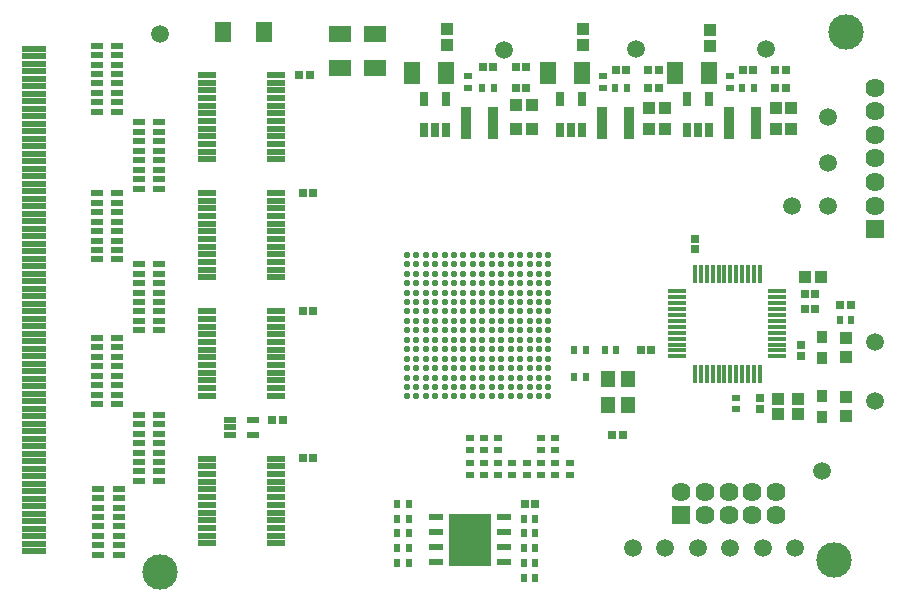
<source format=gts>
G04*
G04 #@! TF.GenerationSoftware,Altium Limited,Altium Designer,24.4.1 (13)*
G04*
G04 Layer_Color=8388736*
%FSLAX44Y44*%
%MOMM*%
G71*
G04*
G04 #@! TF.SameCoordinates,84C276BA-1ECB-4C60-8319-21ABD3FB6CDE*
G04*
G04*
G04 #@! TF.FilePolarity,Negative*
G04*
G01*
G75*
%ADD39R,0.6200X0.7200*%
%ADD40R,0.7200X0.7600*%
%ADD41R,1.0200X1.1200*%
%ADD42R,1.5950X0.5700*%
%ADD43R,0.4200X1.5950*%
%ADD44R,1.5950X0.4200*%
%ADD45R,0.7200X0.6200*%
%ADD46C,0.5400*%
%ADD47C,1.5200*%
%ADD48R,0.7200X1.2700*%
%ADD49R,0.9200X2.8200*%
%ADD50R,1.1700X0.5700*%
%ADD51R,3.5700X4.4700*%
%ADD52R,1.3700X1.7700*%
%ADD53R,1.1200X0.5200*%
%ADD54R,1.0200X0.5700*%
%ADD55R,1.1200X1.0200*%
%ADD56R,1.9200X1.4200*%
%ADD57R,1.4200X1.9200*%
%ADD58R,0.9200X1.0200*%
%ADD59C,3.0000*%
%ADD60R,0.7600X0.7200*%
%ADD61R,1.0700X1.0200*%
%ADD62R,2.1200X0.5000*%
%ADD63R,1.2200X1.4200*%
%ADD64C,1.6200*%
%ADD65R,1.6200X1.6200*%
D39*
X520000Y272500D02*
D03*
X530000D02*
D03*
X520000Y297500D02*
D03*
X530000D02*
D03*
X637500Y272500D02*
D03*
X627500D02*
D03*
X637500Y247500D02*
D03*
X627500D02*
D03*
X670000Y405000D02*
D03*
X680000D02*
D03*
X670000Y428000D02*
D03*
X680000D02*
D03*
X706000D02*
D03*
X696000D02*
D03*
X637500Y285000D02*
D03*
X627500D02*
D03*
X530000Y247500D02*
D03*
X520000D02*
D03*
X627500Y235000D02*
D03*
X637500D02*
D03*
X530000Y260000D02*
D03*
X520000D02*
D03*
X895000Y453000D02*
D03*
X905000D02*
D03*
X627500Y260000D02*
D03*
X637500D02*
D03*
X530000Y285000D02*
D03*
X520000D02*
D03*
X812500Y650000D02*
D03*
X822500D02*
D03*
X705000D02*
D03*
X715000D02*
D03*
X592500D02*
D03*
X602500D02*
D03*
D40*
X702600Y356000D02*
D03*
X711400D02*
D03*
X637500Y297500D02*
D03*
X628700D02*
D03*
X593100Y667500D02*
D03*
X601900D02*
D03*
X414600Y369000D02*
D03*
X423400D02*
D03*
X620600Y650000D02*
D03*
X629400D02*
D03*
Y667500D02*
D03*
X620600D02*
D03*
X874400Y462500D02*
D03*
X865600D02*
D03*
X904400Y466000D02*
D03*
X895600D02*
D03*
X449400Y461000D02*
D03*
X440600D02*
D03*
X449400Y336000D02*
D03*
X440600D02*
D03*
X714400Y665000D02*
D03*
X705600D02*
D03*
X741900D02*
D03*
X733100D02*
D03*
X741900Y650000D02*
D03*
X733100D02*
D03*
X865600Y475000D02*
D03*
X874400D02*
D03*
X840600Y665000D02*
D03*
X849400D02*
D03*
X840600Y650000D02*
D03*
X849400D02*
D03*
X821900Y665000D02*
D03*
X813100D02*
D03*
X735400Y428000D02*
D03*
X726600D02*
D03*
X440600Y561000D02*
D03*
X449400D02*
D03*
X437600Y661000D02*
D03*
X446400D02*
D03*
D41*
X879250Y490000D02*
D03*
X865750D02*
D03*
X854250Y615000D02*
D03*
X840750D02*
D03*
X634250Y635000D02*
D03*
X620750D02*
D03*
X854250Y632500D02*
D03*
X840750D02*
D03*
X733250Y615000D02*
D03*
X746750D02*
D03*
X733250Y632500D02*
D03*
X746750D02*
D03*
X634250Y615000D02*
D03*
X620750D02*
D03*
D42*
X359120Y460750D02*
D03*
Y454250D02*
D03*
Y447750D02*
D03*
Y441250D02*
D03*
Y434750D02*
D03*
Y428250D02*
D03*
Y421750D02*
D03*
Y415250D02*
D03*
Y408750D02*
D03*
Y402250D02*
D03*
Y395750D02*
D03*
Y389250D02*
D03*
X417880D02*
D03*
Y395750D02*
D03*
Y402250D02*
D03*
Y408750D02*
D03*
Y415250D02*
D03*
Y421750D02*
D03*
Y428250D02*
D03*
Y434750D02*
D03*
Y441250D02*
D03*
Y447750D02*
D03*
Y454250D02*
D03*
Y460750D02*
D03*
X359120Y335750D02*
D03*
Y329250D02*
D03*
Y322750D02*
D03*
Y316250D02*
D03*
Y309750D02*
D03*
Y303250D02*
D03*
Y296750D02*
D03*
Y290250D02*
D03*
Y283750D02*
D03*
Y277250D02*
D03*
Y270750D02*
D03*
Y264250D02*
D03*
X417880D02*
D03*
Y270750D02*
D03*
Y277250D02*
D03*
Y283750D02*
D03*
Y290250D02*
D03*
Y296750D02*
D03*
Y303250D02*
D03*
Y309750D02*
D03*
Y316250D02*
D03*
Y322750D02*
D03*
Y329250D02*
D03*
Y335750D02*
D03*
X359120Y660750D02*
D03*
Y654250D02*
D03*
Y647750D02*
D03*
Y641250D02*
D03*
Y634750D02*
D03*
Y628250D02*
D03*
Y621750D02*
D03*
Y615250D02*
D03*
Y608750D02*
D03*
Y602250D02*
D03*
Y595750D02*
D03*
Y589250D02*
D03*
X417880D02*
D03*
Y595750D02*
D03*
Y602250D02*
D03*
Y608750D02*
D03*
Y615250D02*
D03*
Y621750D02*
D03*
Y628250D02*
D03*
Y634750D02*
D03*
Y641250D02*
D03*
Y647750D02*
D03*
Y654250D02*
D03*
Y660750D02*
D03*
X359120Y560750D02*
D03*
Y554250D02*
D03*
Y547750D02*
D03*
Y541250D02*
D03*
Y534750D02*
D03*
Y528250D02*
D03*
Y521750D02*
D03*
Y515250D02*
D03*
Y508750D02*
D03*
Y502250D02*
D03*
Y495750D02*
D03*
Y489250D02*
D03*
X417880D02*
D03*
Y495750D02*
D03*
Y502250D02*
D03*
Y508750D02*
D03*
Y515250D02*
D03*
Y521750D02*
D03*
Y528250D02*
D03*
Y534750D02*
D03*
Y541250D02*
D03*
Y547750D02*
D03*
Y554250D02*
D03*
Y560750D02*
D03*
D43*
X827500Y407620D02*
D03*
X822500D02*
D03*
X817500D02*
D03*
X812500D02*
D03*
X807500D02*
D03*
X802500D02*
D03*
X797500D02*
D03*
X792500D02*
D03*
X787500D02*
D03*
X782500D02*
D03*
X777500D02*
D03*
X772500D02*
D03*
Y492380D02*
D03*
X777500D02*
D03*
X782500D02*
D03*
X787500D02*
D03*
X792500D02*
D03*
X797500D02*
D03*
X802500D02*
D03*
X807500D02*
D03*
X812500D02*
D03*
X817500D02*
D03*
X822500D02*
D03*
X827500D02*
D03*
D44*
X757620Y422500D02*
D03*
Y427500D02*
D03*
Y432500D02*
D03*
Y437500D02*
D03*
Y442500D02*
D03*
Y447500D02*
D03*
Y452500D02*
D03*
Y457500D02*
D03*
Y462500D02*
D03*
Y467500D02*
D03*
Y472500D02*
D03*
Y477500D02*
D03*
X842380D02*
D03*
Y472500D02*
D03*
Y467500D02*
D03*
Y462500D02*
D03*
Y457500D02*
D03*
Y452500D02*
D03*
Y447500D02*
D03*
Y442500D02*
D03*
Y437500D02*
D03*
Y432500D02*
D03*
Y427500D02*
D03*
Y422500D02*
D03*
D45*
X807500Y387500D02*
D03*
Y377500D02*
D03*
X695000Y660000D02*
D03*
Y650000D02*
D03*
X802500Y660000D02*
D03*
Y650000D02*
D03*
X642000Y332000D02*
D03*
Y322000D02*
D03*
X618000D02*
D03*
Y332000D02*
D03*
X630000Y322000D02*
D03*
Y332000D02*
D03*
X606000D02*
D03*
Y322000D02*
D03*
X594000Y332000D02*
D03*
Y322000D02*
D03*
X582000Y332000D02*
D03*
Y322000D02*
D03*
X594000Y343000D02*
D03*
Y353000D02*
D03*
X582000D02*
D03*
Y343000D02*
D03*
X606000Y353000D02*
D03*
Y343000D02*
D03*
X642000Y353000D02*
D03*
Y343000D02*
D03*
X654000Y353000D02*
D03*
Y343000D02*
D03*
Y332000D02*
D03*
Y322000D02*
D03*
X667000D02*
D03*
Y332000D02*
D03*
X580000Y650000D02*
D03*
Y660000D02*
D03*
D46*
X592500Y508500D02*
D03*
X600500D02*
D03*
X608500D02*
D03*
X616500D02*
D03*
X624500D02*
D03*
X632500D02*
D03*
X640500D02*
D03*
X592500Y500500D02*
D03*
X600500D02*
D03*
X608500D02*
D03*
X616500D02*
D03*
X624500D02*
D03*
X592500Y492500D02*
D03*
X608500D02*
D03*
X624500D02*
D03*
X592500Y484500D02*
D03*
X608500D02*
D03*
X584500Y476500D02*
D03*
X624500D02*
D03*
X528500Y508500D02*
D03*
X536500D02*
D03*
X544500D02*
D03*
X552500D02*
D03*
X560500D02*
D03*
X568500D02*
D03*
X576500D02*
D03*
X584500D02*
D03*
X648500D02*
D03*
X528500Y500500D02*
D03*
X536500D02*
D03*
X544500D02*
D03*
X552500D02*
D03*
X560500D02*
D03*
X568500D02*
D03*
X576500D02*
D03*
X584500D02*
D03*
X632500D02*
D03*
X640500D02*
D03*
X648500D02*
D03*
X528500Y492500D02*
D03*
X536500D02*
D03*
X544500D02*
D03*
X552500D02*
D03*
X560500D02*
D03*
X568500D02*
D03*
X576500D02*
D03*
X584500D02*
D03*
X600500D02*
D03*
X616500D02*
D03*
X632500D02*
D03*
X640500D02*
D03*
X648500D02*
D03*
X528500Y484500D02*
D03*
X536500D02*
D03*
X544500D02*
D03*
X552500D02*
D03*
X560500D02*
D03*
X568500D02*
D03*
X576500D02*
D03*
X584500D02*
D03*
X600500D02*
D03*
X616500D02*
D03*
X624500D02*
D03*
X632500D02*
D03*
X640500D02*
D03*
X648500D02*
D03*
X528500Y476500D02*
D03*
X536500D02*
D03*
X544500D02*
D03*
X552500D02*
D03*
X560500D02*
D03*
X568500D02*
D03*
X576500D02*
D03*
X592500D02*
D03*
X600500D02*
D03*
X608500D02*
D03*
X616500D02*
D03*
X632500D02*
D03*
X640500D02*
D03*
X648500D02*
D03*
X528500Y468500D02*
D03*
X536500D02*
D03*
X544500D02*
D03*
X552500D02*
D03*
X560500D02*
D03*
X568500D02*
D03*
X576500D02*
D03*
X584500D02*
D03*
X592500D02*
D03*
X600500D02*
D03*
X608500D02*
D03*
X616500D02*
D03*
X624500D02*
D03*
X632500D02*
D03*
X640500D02*
D03*
X648500D02*
D03*
X528500Y460500D02*
D03*
X536500D02*
D03*
X544500D02*
D03*
X552500D02*
D03*
X560500D02*
D03*
X568500D02*
D03*
X576500D02*
D03*
X584500D02*
D03*
X592500D02*
D03*
X600500D02*
D03*
X608500D02*
D03*
X616500D02*
D03*
X624500D02*
D03*
X632500D02*
D03*
X640500D02*
D03*
X648500D02*
D03*
X528500Y452500D02*
D03*
X536500D02*
D03*
X544500D02*
D03*
X552500D02*
D03*
X560500D02*
D03*
X568500D02*
D03*
X576500D02*
D03*
X584500D02*
D03*
X592500D02*
D03*
X600500D02*
D03*
X608500D02*
D03*
X616500D02*
D03*
X624500D02*
D03*
X632500D02*
D03*
X640500D02*
D03*
X648500D02*
D03*
X528500Y444500D02*
D03*
X536500D02*
D03*
X544500D02*
D03*
X552500D02*
D03*
X560500D02*
D03*
X568500D02*
D03*
X576500D02*
D03*
X584500D02*
D03*
X592500D02*
D03*
X600500D02*
D03*
X608500D02*
D03*
X616500D02*
D03*
X624500D02*
D03*
X632500D02*
D03*
X640500D02*
D03*
X648500D02*
D03*
X528500Y436500D02*
D03*
X536500D02*
D03*
X544500D02*
D03*
X552500D02*
D03*
X560500D02*
D03*
X568500D02*
D03*
X576500D02*
D03*
X584500D02*
D03*
X592500D02*
D03*
X600500D02*
D03*
X608500D02*
D03*
X616500D02*
D03*
X624500D02*
D03*
X632500D02*
D03*
X640500D02*
D03*
X648500D02*
D03*
X528500Y428500D02*
D03*
X536500D02*
D03*
X544500D02*
D03*
X552500D02*
D03*
X560500D02*
D03*
X568500D02*
D03*
X576500D02*
D03*
X584500D02*
D03*
X592500D02*
D03*
X600500D02*
D03*
X608500D02*
D03*
X616500D02*
D03*
X624500D02*
D03*
X632500D02*
D03*
X640500D02*
D03*
X648500D02*
D03*
X528500Y420500D02*
D03*
X536500D02*
D03*
X544500D02*
D03*
X552500D02*
D03*
X560500D02*
D03*
X568500D02*
D03*
X576500D02*
D03*
X584500D02*
D03*
X592500D02*
D03*
X600500D02*
D03*
X608500D02*
D03*
X616500D02*
D03*
X624500D02*
D03*
X632500D02*
D03*
X640500D02*
D03*
X648500D02*
D03*
X528500Y412500D02*
D03*
X536500D02*
D03*
X544500D02*
D03*
X552500D02*
D03*
X560500D02*
D03*
X568500D02*
D03*
X576500D02*
D03*
X584500D02*
D03*
X592500D02*
D03*
X600500D02*
D03*
X608500D02*
D03*
X616500D02*
D03*
X624500D02*
D03*
X632500D02*
D03*
X640500D02*
D03*
X648500D02*
D03*
X528500Y404500D02*
D03*
X536500D02*
D03*
X544500D02*
D03*
X552500D02*
D03*
X560500D02*
D03*
X568500D02*
D03*
X576500D02*
D03*
X584500D02*
D03*
X592500D02*
D03*
X600500D02*
D03*
X608500D02*
D03*
X616500D02*
D03*
X624500D02*
D03*
X632500D02*
D03*
X640500D02*
D03*
X648500D02*
D03*
X528500Y396500D02*
D03*
X536500D02*
D03*
X544500D02*
D03*
X552500D02*
D03*
X560500D02*
D03*
X568500D02*
D03*
X576500D02*
D03*
X584500D02*
D03*
X592500D02*
D03*
X600500D02*
D03*
X608500D02*
D03*
X616500D02*
D03*
X624500D02*
D03*
X632500D02*
D03*
X640500D02*
D03*
X648500D02*
D03*
X528500Y388500D02*
D03*
X536500D02*
D03*
X544500D02*
D03*
X552500D02*
D03*
X560500D02*
D03*
X568500D02*
D03*
X576500D02*
D03*
X584500D02*
D03*
X592500D02*
D03*
X600500D02*
D03*
X608500D02*
D03*
X616500D02*
D03*
X624500D02*
D03*
X632500D02*
D03*
X640500D02*
D03*
X648500D02*
D03*
D47*
X925000Y435000D02*
D03*
X832500Y682500D02*
D03*
X722500D02*
D03*
X611000Y682000D02*
D03*
X320000Y695000D02*
D03*
X925000Y385000D02*
D03*
X880000Y325000D02*
D03*
X720000Y260000D02*
D03*
X885000Y625000D02*
D03*
Y586000D02*
D03*
X855000Y550000D02*
D03*
X885000D02*
D03*
X857500Y260000D02*
D03*
X830000D02*
D03*
X802500D02*
D03*
X775000D02*
D03*
X747500D02*
D03*
D48*
X543000Y640500D02*
D03*
X562000D02*
D03*
Y614500D02*
D03*
X552500D02*
D03*
X543000D02*
D03*
X658000Y640500D02*
D03*
X677000D02*
D03*
Y614500D02*
D03*
X667500D02*
D03*
X658000D02*
D03*
X765500Y640500D02*
D03*
X784500D02*
D03*
Y614500D02*
D03*
X775000D02*
D03*
X765500D02*
D03*
D49*
X824000Y620000D02*
D03*
X801000D02*
D03*
X693500D02*
D03*
X716500D02*
D03*
X578500D02*
D03*
X601500D02*
D03*
D50*
X553500Y286050D02*
D03*
Y273350D02*
D03*
Y260650D02*
D03*
Y247950D02*
D03*
X610500D02*
D03*
Y260650D02*
D03*
Y273350D02*
D03*
Y286050D02*
D03*
D51*
X582000Y267000D02*
D03*
D52*
X372750Y697500D02*
D03*
X407250D02*
D03*
D53*
X378500Y369000D02*
D03*
Y362500D02*
D03*
Y356000D02*
D03*
X398500D02*
D03*
Y369000D02*
D03*
D54*
X284500Y254500D02*
D03*
Y262500D02*
D03*
Y278500D02*
D03*
Y270500D02*
D03*
Y294500D02*
D03*
Y310500D02*
D03*
Y302500D02*
D03*
Y286500D02*
D03*
X267500D02*
D03*
Y302500D02*
D03*
Y310500D02*
D03*
Y294500D02*
D03*
Y270500D02*
D03*
Y278500D02*
D03*
Y262500D02*
D03*
Y254500D02*
D03*
X318500Y317000D02*
D03*
Y325000D02*
D03*
Y341000D02*
D03*
Y333000D02*
D03*
Y357000D02*
D03*
Y373000D02*
D03*
Y365000D02*
D03*
Y349000D02*
D03*
X301500D02*
D03*
Y365000D02*
D03*
Y373000D02*
D03*
Y357000D02*
D03*
Y333000D02*
D03*
Y341000D02*
D03*
Y325000D02*
D03*
Y317000D02*
D03*
X283500Y382000D02*
D03*
Y390000D02*
D03*
Y406000D02*
D03*
Y398000D02*
D03*
Y422000D02*
D03*
Y438000D02*
D03*
Y430000D02*
D03*
Y414000D02*
D03*
X266500D02*
D03*
Y430000D02*
D03*
Y438000D02*
D03*
Y422000D02*
D03*
Y398000D02*
D03*
Y406000D02*
D03*
Y390000D02*
D03*
Y382000D02*
D03*
X318500Y444500D02*
D03*
Y452500D02*
D03*
Y468500D02*
D03*
Y460500D02*
D03*
Y484500D02*
D03*
Y500500D02*
D03*
Y492500D02*
D03*
Y476500D02*
D03*
X301500D02*
D03*
Y492500D02*
D03*
Y500500D02*
D03*
Y484500D02*
D03*
Y460500D02*
D03*
Y468500D02*
D03*
Y452500D02*
D03*
Y444500D02*
D03*
X283500Y504500D02*
D03*
Y512500D02*
D03*
Y528500D02*
D03*
Y520500D02*
D03*
Y544500D02*
D03*
Y560500D02*
D03*
Y552500D02*
D03*
Y536500D02*
D03*
X266500D02*
D03*
Y552500D02*
D03*
Y560500D02*
D03*
Y544500D02*
D03*
Y520500D02*
D03*
Y528500D02*
D03*
Y512500D02*
D03*
Y504500D02*
D03*
X318500Y564500D02*
D03*
Y572500D02*
D03*
Y588500D02*
D03*
Y580500D02*
D03*
Y604500D02*
D03*
Y620500D02*
D03*
Y612500D02*
D03*
Y596500D02*
D03*
X301500D02*
D03*
Y612500D02*
D03*
Y620500D02*
D03*
Y604500D02*
D03*
Y580500D02*
D03*
Y588500D02*
D03*
Y572500D02*
D03*
Y564500D02*
D03*
X283500Y629500D02*
D03*
Y637500D02*
D03*
Y653500D02*
D03*
Y645500D02*
D03*
Y669500D02*
D03*
Y685500D02*
D03*
Y677500D02*
D03*
Y661500D02*
D03*
X266500D02*
D03*
Y677500D02*
D03*
Y685500D02*
D03*
Y669500D02*
D03*
Y645500D02*
D03*
Y653500D02*
D03*
Y637500D02*
D03*
Y629500D02*
D03*
D55*
X677500Y699250D02*
D03*
Y685750D02*
D03*
X785000Y685000D02*
D03*
Y698500D02*
D03*
X842500Y373250D02*
D03*
Y386750D02*
D03*
X860000Y373250D02*
D03*
Y386750D02*
D03*
X562500Y685750D02*
D03*
Y699250D02*
D03*
D56*
X502000Y695500D02*
D03*
Y666500D02*
D03*
X472000Y695500D02*
D03*
Y666500D02*
D03*
D57*
X755500Y662500D02*
D03*
X784500D02*
D03*
X648000D02*
D03*
X677000D02*
D03*
X533000D02*
D03*
X562000D02*
D03*
D58*
X880000Y371500D02*
D03*
Y388500D02*
D03*
Y421500D02*
D03*
Y438500D02*
D03*
D59*
X320000Y240000D02*
D03*
X900000Y697500D02*
D03*
X890000Y250000D02*
D03*
D60*
X827500Y386900D02*
D03*
Y378100D02*
D03*
X772500Y513100D02*
D03*
Y521900D02*
D03*
X862500Y423100D02*
D03*
Y431900D02*
D03*
D61*
X900000Y372000D02*
D03*
Y388000D02*
D03*
Y422000D02*
D03*
Y438000D02*
D03*
D62*
X213000Y644625D02*
D03*
Y638275D02*
D03*
Y631925D02*
D03*
Y625575D02*
D03*
Y682725D02*
D03*
Y670025D02*
D03*
Y657325D02*
D03*
Y619225D02*
D03*
Y606525D02*
D03*
Y593825D02*
D03*
Y581125D02*
D03*
Y568425D02*
D03*
Y555725D02*
D03*
Y543025D02*
D03*
Y530325D02*
D03*
Y517625D02*
D03*
Y504925D02*
D03*
Y492225D02*
D03*
Y479525D02*
D03*
Y466825D02*
D03*
Y454125D02*
D03*
Y441425D02*
D03*
Y428725D02*
D03*
Y416025D02*
D03*
Y403325D02*
D03*
Y390625D02*
D03*
Y377925D02*
D03*
Y365225D02*
D03*
Y352525D02*
D03*
Y339825D02*
D03*
Y327125D02*
D03*
Y314425D02*
D03*
Y301725D02*
D03*
Y289025D02*
D03*
Y276325D02*
D03*
Y263625D02*
D03*
Y676375D02*
D03*
Y663675D02*
D03*
Y650975D02*
D03*
Y612875D02*
D03*
Y600175D02*
D03*
Y587475D02*
D03*
Y574775D02*
D03*
Y562075D02*
D03*
Y549375D02*
D03*
Y536675D02*
D03*
Y523975D02*
D03*
Y511275D02*
D03*
Y498575D02*
D03*
Y485875D02*
D03*
Y473175D02*
D03*
Y460475D02*
D03*
Y447775D02*
D03*
Y435075D02*
D03*
Y422375D02*
D03*
Y409675D02*
D03*
Y396975D02*
D03*
Y384275D02*
D03*
Y371575D02*
D03*
Y358875D02*
D03*
Y346175D02*
D03*
Y333475D02*
D03*
Y320775D02*
D03*
Y308075D02*
D03*
Y295375D02*
D03*
Y282675D02*
D03*
Y269975D02*
D03*
Y257275D02*
D03*
D63*
X716000Y381500D02*
D03*
X699000D02*
D03*
X716000Y403500D02*
D03*
X699000D02*
D03*
D64*
X925000Y590000D02*
D03*
Y610000D02*
D03*
Y630000D02*
D03*
Y550000D02*
D03*
Y570000D02*
D03*
Y650000D02*
D03*
X761000Y308000D02*
D03*
X781000Y288000D02*
D03*
Y308000D02*
D03*
X801000Y288000D02*
D03*
Y308000D02*
D03*
X821000Y288000D02*
D03*
Y308000D02*
D03*
X841000Y288000D02*
D03*
Y308000D02*
D03*
D65*
X925000Y530000D02*
D03*
X761000Y288000D02*
D03*
M02*

</source>
